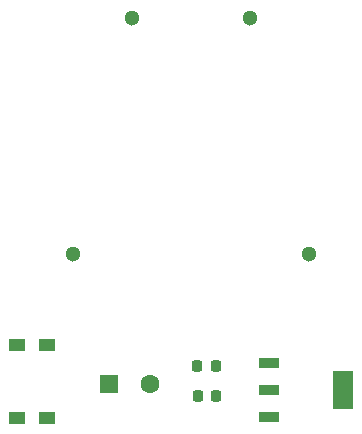
<source format=gbr>
%TF.GenerationSoftware,KiCad,Pcbnew,9.0.0*%
%TF.CreationDate,2025-03-04T05:22:46+01:00*%
%TF.ProjectId,PSU5V,50535535-562e-46b6-9963-61645f706362,rev?*%
%TF.SameCoordinates,Original*%
%TF.FileFunction,Soldermask,Top*%
%TF.FilePolarity,Negative*%
%FSLAX46Y46*%
G04 Gerber Fmt 4.6, Leading zero omitted, Abs format (unit mm)*
G04 Created by KiCad (PCBNEW 9.0.0) date 2025-03-04 05:22:46*
%MOMM*%
%LPD*%
G01*
G04 APERTURE LIST*
G04 Aperture macros list*
%AMRoundRect*
0 Rectangle with rounded corners*
0 $1 Rounding radius*
0 $2 $3 $4 $5 $6 $7 $8 $9 X,Y pos of 4 corners*
0 Add a 4 corners polygon primitive as box body*
4,1,4,$2,$3,$4,$5,$6,$7,$8,$9,$2,$3,0*
0 Add four circle primitives for the rounded corners*
1,1,$1+$1,$2,$3*
1,1,$1+$1,$4,$5*
1,1,$1+$1,$6,$7*
1,1,$1+$1,$8,$9*
0 Add four rect primitives between the rounded corners*
20,1,$1+$1,$2,$3,$4,$5,0*
20,1,$1+$1,$4,$5,$6,$7,0*
20,1,$1+$1,$6,$7,$8,$9,0*
20,1,$1+$1,$8,$9,$2,$3,0*%
G04 Aperture macros list end*
%ADD10RoundRect,0.218750X0.218750X0.256250X-0.218750X0.256250X-0.218750X-0.256250X0.218750X-0.256250X0*%
%ADD11RoundRect,0.225000X0.225000X0.250000X-0.225000X0.250000X-0.225000X-0.250000X0.225000X-0.250000X0*%
%ADD12R,1.600000X1.600000*%
%ADD13C,1.600000*%
%ADD14R,1.750000X0.950000*%
%ADD15R,1.750000X3.200000*%
%ADD16C,1.300000*%
%ADD17R,1.400000X1.000000*%
G04 APERTURE END LIST*
D10*
%TO.C,F1*%
X51816000Y-61976000D03*
X50241000Y-61976000D03*
%TD*%
D11*
%TO.C,C2*%
X51803500Y-64486000D03*
X50253500Y-64486000D03*
%TD*%
D12*
%TO.C,C1*%
X42728000Y-63500000D03*
D13*
X46228000Y-63500000D03*
%TD*%
D14*
%TO.C,IC1*%
X56286000Y-61708000D03*
X56286000Y-64008000D03*
X56286000Y-66308000D03*
D15*
X62586000Y-64008000D03*
%TD*%
D16*
%TO.C,T1*%
X39704000Y-52512000D03*
X59704000Y-52512000D03*
X54704000Y-32512000D03*
X44704000Y-32512000D03*
%TD*%
D17*
%TO.C,BR1*%
X37499000Y-60212000D03*
X37499000Y-66362000D03*
X34959000Y-66362000D03*
X34959000Y-60212000D03*
%TD*%
M02*

</source>
